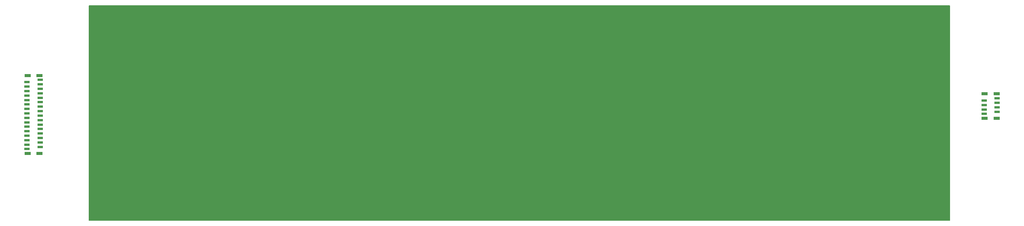
<source format=gbs>
G04 #@! TF.GenerationSoftware,KiCad,Pcbnew,6.0.8+dfsg-1~bpo11+1*
G04 #@! TF.CreationDate,2023-03-24T18:54:49-04:00*
G04 #@! TF.ProjectId,captouch_sensor_interleaved_tight,63617074-6f75-4636-985f-73656e736f72,rev?*
G04 #@! TF.SameCoordinates,Original*
G04 #@! TF.FileFunction,Soldermask,Bot*
G04 #@! TF.FilePolarity,Negative*
%FSLAX46Y46*%
G04 Gerber Fmt 4.6, Leading zero omitted, Abs format (unit mm)*
G04 Created by KiCad (PCBNEW 6.0.8+dfsg-1~bpo11+1) date 2023-03-24 18:54:49*
%MOMM*%
%LPD*%
G01*
G04 APERTURE LIST*
%ADD10C,0.150000*%
%ADD11R,1.200000X0.600000*%
%ADD12R,1.400000X0.800000*%
G04 APERTURE END LIST*
D10*
X63050000Y-55975000D02*
X255150000Y-55975000D01*
X255150000Y-55975000D02*
X255150000Y-104075000D01*
X255150000Y-104075000D02*
X63050000Y-104075000D01*
X63050000Y-104075000D02*
X63050000Y-55975000D01*
G36*
X63050000Y-55975000D02*
G01*
X255150000Y-55975000D01*
X255150000Y-104075000D01*
X63050000Y-104075000D01*
X63050000Y-55975000D01*
G37*
D11*
X52125000Y-72625000D03*
X49225000Y-73125000D03*
X52125000Y-73625000D03*
X49225000Y-74125000D03*
X52125000Y-74625000D03*
X49225000Y-75125000D03*
X52125000Y-75625000D03*
X49225000Y-76125000D03*
X52125000Y-76625000D03*
X49225000Y-77125000D03*
X52125000Y-77625000D03*
X49225000Y-78125000D03*
X52125000Y-78625000D03*
X49225000Y-79125000D03*
X52125000Y-79625000D03*
X49225000Y-80125000D03*
X52125000Y-80625000D03*
X49225000Y-81125000D03*
X52125000Y-81625000D03*
X49225000Y-82125000D03*
X52125000Y-82625000D03*
X49225000Y-83125000D03*
X52125000Y-83625000D03*
X49225000Y-84125000D03*
X52125000Y-84625000D03*
X49225000Y-85125000D03*
X52125000Y-85625000D03*
X49225000Y-86125000D03*
X52125000Y-86625000D03*
X49225000Y-87125000D03*
X52125000Y-87625000D03*
X49225000Y-88125000D03*
D12*
X52025000Y-71625000D03*
X49325000Y-71625000D03*
X52025000Y-89125000D03*
X49325000Y-89125000D03*
D11*
X265775000Y-76750000D03*
X262875000Y-77250000D03*
X265775000Y-77750000D03*
X262875000Y-78250000D03*
X265775000Y-78750000D03*
X262875000Y-79250000D03*
X265775000Y-79750000D03*
X262875000Y-80250000D03*
D12*
X265675000Y-75750000D03*
X262975000Y-75750000D03*
X265675000Y-81250000D03*
X262975000Y-81250000D03*
M02*

</source>
